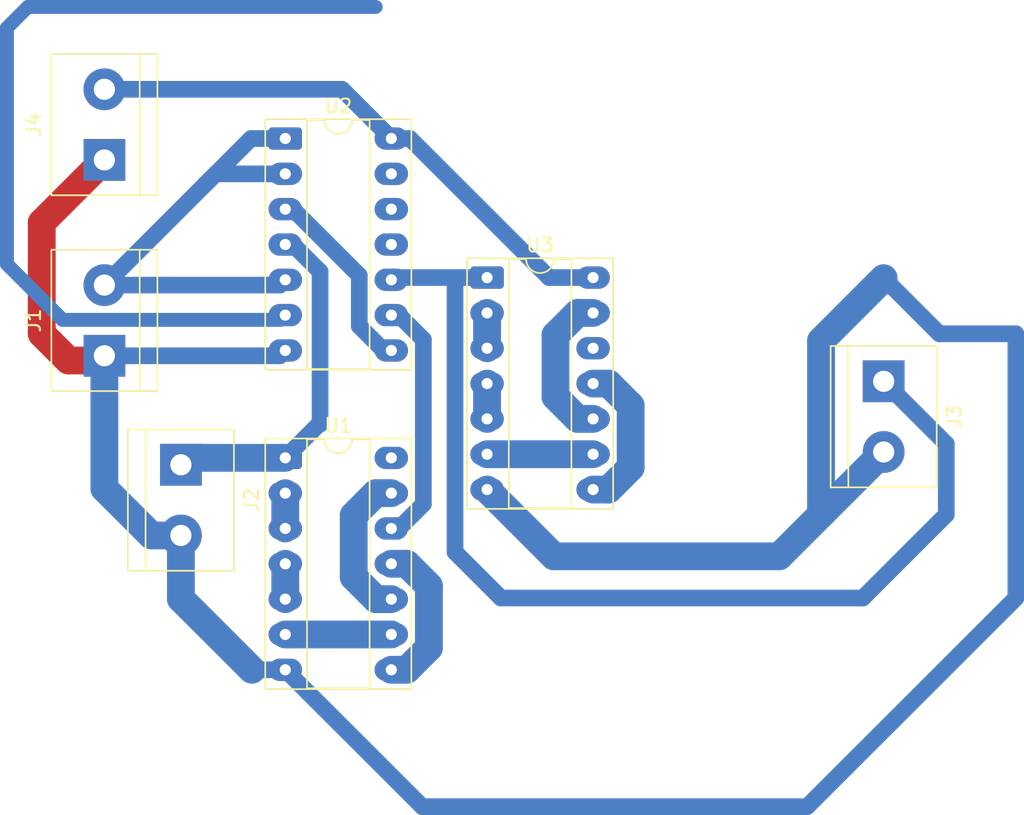
<source format=kicad_pcb>
(kicad_pcb (version 20241229) (generator "pcbnew") (generator_version "9.0")
  (layers (0 "F.Cu" signal) (2 "B.Cu" signal) (13 "F.Paste" user) (15 "B.Paste" user) (5 "F.SilkS" user "F.Silkscreen") (7 "B.SilkS" user "B.Silkscreen") (1 "F.Mask" user) (3 "B.Mask" user) (25 "Edge.Cuts" user))
  (net 0 "")
  (net 1 "Net-(J1-Pin_2)")
  (net 2 "GND")
  (net 3 "Net-(J2-Pin_1)")
  (net 4 "Net-(J3-Pin_1)")
  (net 5 "VCC")
  (net 6 "Net-(U1-Pad4)")
  (net 7 "Net-(U1-Pad11)")
  (net 8 "Net-(U1-Pad12)")
  (net 9 "Net-(U1-Pad10)")
  (net 10 "Net-(U1-Pad2)")
  (net 11 "Net-(U1-Pad6)")
  (net 12 "Net-(U3-Pad2)")
  (net 13 "Net-(U3-Pad11)")
  (net 14 "Net-(U3-Pad6)")
  (net 15 "Net-(U3-Pad10)")
  (net 16 "Net-(U3-Pad4)")
  (net 17 "Net-(U2-Pad3)")
  (net 18 "Net-(U2-Pad6)")
  (footprint "TerminalBlock:TerminalBlock_bornier-2_P5.08mm" (layer "F.Cu") (at 138 59.92 -90)
    (property "Reference" "J3" (at 2.54 -5.08 90) (layer "F.SilkS"))
    (property "Value" "Screw_Terminal_01x02")
    (fp_line (start -2.54 3.81) (end 7.62 3.81) (stroke (width 0.12)) (layer "F.SilkS"))
    (fp_line (start 7.62 3.81) (end 7.62 -3.81) (stroke (width 0.12)) (layer "F.SilkS"))
    (fp_line (start 7.62 2.54) (end -2.54 2.54) (stroke (width 0.12)) (layer "F.SilkS"))
    (fp_line (start -2.54 -3.81) (end -2.54 3.81) (stroke (width 0.12)) (layer "F.SilkS"))
    (fp_line (start 7.62 -3.81) (end -2.54 -3.81) (stroke (width 0.12)) (layer "F.SilkS"))
    (pad "1" thru_hole rect (at 0 0 270) (size 3 3) (drill 1.52) (layers "*.Cu" "*.Mask") (net 4 "Net-(J3-Pin_1)"))
    (pad "2" thru_hole circle (at 5.08 0 270) (size 3 3) (drill 1.52) (layers "*.Cu" "*.Mask") (net 2 "GND"))
  )
  (footprint "Package_DIP:DIP-14_W7.62mm_Socket_LongPads" (layer "F.Cu") (at 95 42.46)
    (property "Reference" "U2" (at 3.81 -2.33 0) (layer "F.SilkS"))
    (property "Value" "HEF4093B")
    (fp_line (start 1.56 -1.33) (end 1.56 16.57) (stroke (width 0.12)) (layer "F.SilkS"))
    (fp_line (start 1.56 16.57) (end 6.06 16.57) (stroke (width 0.12)) (layer "F.SilkS"))
    (fp_line (start 2.81 -1.33) (end 1.56 -1.33) (stroke (width 0.12)) (layer "F.SilkS"))
    (fp_line (start 6.06 -1.33) (end 4.81 -1.33) (stroke (width 0.12)) (layer "F.SilkS"))
    (fp_line (start 6.06 16.57) (end 6.06 -1.33) (stroke (width 0.12)) (layer "F.SilkS"))
    (fp_rect (start -1.44 -1.39) (end 9.06 16.63) (stroke (width 0.12)) (fill no) (layer "F.SilkS"))
    (fp_arc (start 4.81 -1.33) (mid 3.81 -0.33) (end 2.81 -1.33) (stroke (width 0.12)) (layer "F.SilkS"))
    (pad "1" thru_hole roundrect (at 0 0) (size 2.4 1.6) (drill 0.8) (layers "*.Cu" "*.Mask") (roundrect_rratio 0.15625) (net 1 "Net-(J1-Pin_2)"))
    (pad "2" thru_hole oval (at 0 2.54) (size 2.4 1.6) (drill 0.8) (layers "*.Cu" "*.Mask") (net 1 "Net-(J1-Pin_2)"))
    (pad "3" thru_hole oval (at 0 5.08) (size 2.4 1.6) (drill 0.8) (layers "*.Cu" "*.Mask") (net 17 "Net-(U2-Pad3)"))
    (pad "4" thru_hole oval (at 0 7.62) (size 2.4 1.6) (drill 0.8) (layers "*.Cu" "*.Mask") (net 3 "Net-(J2-Pin_1)"))
    (pad "5" thru_hole oval (at 0 10.16) (size 2.4 1.6) (drill 0.8) (layers "*.Cu" "*.Mask") (net 1 "Net-(J1-Pin_2)"))
    (pad "6" thru_hole oval (at 0 12.7) (size 2.4 1.6) (drill 0.8) (layers "*.Cu" "*.Mask") (net 18 "Net-(U2-Pad6)"))
    (pad "7" thru_hole oval (at 0 15.24) (size 2.4 1.6) (drill 0.8) (layers "*.Cu" "*.Mask") (net 2 "GND"))
    (pad "8" thru_hole oval (at 7.62 15.24) (size 2.4 1.6) (drill 0.8) (layers "*.Cu" "*.Mask") (net 17 "Net-(U2-Pad3)"))
    (pad "9" thru_hole oval (at 7.62 12.7) (size 2.4 1.6) (drill 0.8) (layers "*.Cu" "*.Mask") (net 8 "Net-(U1-Pad12)"))
    (pad "10" thru_hole oval (at 7.62 10.16) (size 2.4 1.6) (drill 0.8) (layers "*.Cu" "*.Mask") (net 4 "Net-(J3-Pin_1)"))
    (pad "11" thru_hole oval (at 7.62 7.62) (size 2.4 1.6) (drill 0.8) (layers "*.Cu" "*.Mask"))
    (pad "12" thru_hole oval (at 7.62 5.08) (size 2.4 1.6) (drill 0.8) (layers "*.Cu" "*.Mask"))
    (pad "13" thru_hole oval (at 7.62 2.54) (size 2.4 1.6) (drill 0.8) (layers "*.Cu" "*.Mask"))
    (pad "14" thru_hole oval (at 7.62 0) (size 2.4 1.6) (drill 0.8) (layers "*.Cu" "*.Mask") (net 5 "VCC"))
  )
  (footprint "TerminalBlock:TerminalBlock_bornier-2_P5.08mm" (layer "F.Cu") (at 87.5 65.92 -90)
    (property "Reference" "J2" (at 2.54 -5.08 90) (layer "F.SilkS"))
    (property "Value" "Screw_Terminal_01x02")
    (fp_line (start -2.54 3.81) (end 7.62 3.81) (stroke (width 0.12)) (layer "F.SilkS"))
    (fp_line (start 7.62 3.81) (end 7.62 -3.81) (stroke (width 0.12)) (layer "F.SilkS"))
    (fp_line (start 7.62 2.54) (end -2.54 2.54) (stroke (width 0.12)) (layer "F.SilkS"))
    (fp_line (start -2.54 -3.81) (end -2.54 3.81) (stroke (width 0.12)) (layer "F.SilkS"))
    (fp_line (start 7.62 -3.81) (end -2.54 -3.81) (stroke (width 0.12)) (layer "F.SilkS"))
    (pad "1" thru_hole rect (at 0 0 270) (size 3 3) (drill 1.52) (layers "*.Cu" "*.Mask") (net 3 "Net-(J2-Pin_1)"))
    (pad "2" thru_hole circle (at 5.08 0 270) (size 3 3) (drill 1.52) (layers "*.Cu" "*.Mask") (net 2 "GND"))
  )
  (footprint "Package_DIP:DIP-14_W7.62mm_Socket_LongPads" (layer "F.Cu") (at 109.5 52.46)
    (property "Reference" "U3" (at 3.81 -2.33 0) (layer "F.SilkS"))
    (property "Value" "40106")
    (fp_line (start 1.56 -1.33) (end 1.56 16.57) (stroke (width 0.12)) (layer "F.SilkS"))
    (fp_line (start 1.56 16.57) (end 6.06 16.57) (stroke (width 0.12)) (layer "F.SilkS"))
    (fp_line (start 2.81 -1.33) (end 1.56 -1.33) (stroke (width 0.12)) (layer "F.SilkS"))
    (fp_line (start 6.06 -1.33) (end 4.81 -1.33) (stroke (width 0.12)) (layer "F.SilkS"))
    (fp_line (start 6.06 16.57) (end 6.06 -1.33) (stroke (width 0.12)) (layer "F.SilkS"))
    (fp_rect (start -1.44 -1.39) (end 9.06 16.63) (stroke (width 0.12)) (fill no) (layer "F.SilkS"))
    (fp_arc (start 4.81 -1.33) (mid 3.81 -0.33) (end 2.81 -1.33) (stroke (width 0.12)) (layer "F.SilkS"))
    (pad "1" thru_hole roundrect (at 0 0) (size 2.4 1.6) (drill 0.8) (layers "*.Cu" "*.Mask") (roundrect_rratio 0.15625) (net 4 "Net-(J3-Pin_1)"))
    (pad "2" thru_hole oval (at 0 2.54) (size 2.4 1.6) (drill 0.8) (layers "*.Cu" "*.Mask") (net 12 "Net-(U3-Pad2)"))
    (pad "3" thru_hole oval (at 0 5.08) (size 2.4 1.6) (drill 0.8) (layers "*.Cu" "*.Mask") (net 12 "Net-(U3-Pad2)"))
    (pad "4" thru_hole oval (at 0 7.62) (size 2.4 1.6) (drill 0.8) (layers "*.Cu" "*.Mask") (net 16 "Net-(U3-Pad4)"))
    (pad "5" thru_hole oval (at 0 10.16) (size 2.4 1.6) (drill 0.8) (layers "*.Cu" "*.Mask") (net 16 "Net-(U3-Pad4)"))
    (pad "6" thru_hole oval (at 0 12.7) (size 2.4 1.6) (drill 0.8) (layers "*.Cu" "*.Mask") (net 14 "Net-(U3-Pad6)"))
    (pad "7" thru_hole oval (at 0 15.24) (size 2.4 1.6) (drill 0.8) (layers "*.Cu" "*.Mask") (net 2 "GND"))
    (pad "8" thru_hole oval (at 7.62 15.24) (size 2.4 1.6) (drill 0.8) (layers "*.Cu" "*.Mask") (net 13 "Net-(U3-Pad11)"))
    (pad "9" thru_hole oval (at 7.62 12.7) (size 2.4 1.6) (drill 0.8) (layers "*.Cu" "*.Mask") (net 14 "Net-(U3-Pad6)"))
    (pad "10" thru_hole oval (at 7.62 10.16) (size 2.4 1.6) (drill 0.8) (layers "*.Cu" "*.Mask") (net 15 "Net-(U3-Pad10)"))
    (pad "11" thru_hole oval (at 7.62 7.62) (size 2.4 1.6) (drill 0.8) (layers "*.Cu" "*.Mask") (net 13 "Net-(U3-Pad11)"))
    (pad "12" thru_hole oval (at 7.62 5.08) (size 2.4 1.6) (drill 0.8) (layers "*.Cu" "*.Mask") (net 18 "Net-(U2-Pad6)"))
    (pad "13" thru_hole oval (at 7.62 2.54) (size 2.4 1.6) (drill 0.8) (layers "*.Cu" "*.Mask") (net 15 "Net-(U3-Pad10)"))
    (pad "14" thru_hole oval (at 7.62 0) (size 2.4 1.6) (drill 0.8) (layers "*.Cu" "*.Mask") (net 5 "VCC"))
  )
  (footprint "TerminalBlock:TerminalBlock_bornier-2_P5.08mm" (layer "F.Cu") (at 82 44 90)
    (property "Reference" "J4" (at 2.54 -5.08 90) (layer "F.SilkS"))
    (property "Value" "Screw_Terminal_01x02")
    (fp_line (start 7.62 -3.81) (end -2.54 -3.81) (stroke (width 0.12)) (layer "F.SilkS"))
    (fp_line (start -2.54 -3.81) (end -2.54 3.81) (stroke (width 0.12)) (layer "F.SilkS"))
    (fp_line (start 7.62 2.54) (end -2.54 2.54) (stroke (width 0.12)) (layer "F.SilkS"))
    (fp_line (start 7.62 3.81) (end 7.62 -3.81) (stroke (width 0.12)) (layer "F.SilkS"))
    (fp_line (start -2.54 3.81) (end 7.62 3.81) (stroke (width 0.12)) (layer "F.SilkS"))
    (pad "1" thru_hole rect (at 0 0 90) (size 3 3) (drill 1.52) (layers "*.Cu" "*.Mask") (net 2 "GND"))
    (pad "2" thru_hole circle (at 5.08 0 90) (size 3 3) (drill 1.52) (layers "*.Cu" "*.Mask") (net 5 "VCC"))
  )
  (footprint "Package_DIP:DIP-14_W7.62mm_Socket_LongPads" (layer "F.Cu") (at 95 65.42)
    (property "Reference" "U1" (at 3.81 -2.33 0) (layer "F.SilkS"))
    (property "Value" "40106")
    (fp_line (start 1.56 -1.33) (end 1.56 16.57) (stroke (width 0.12)) (layer "F.SilkS"))
    (fp_line (start 1.56 16.57) (end 6.06 16.57) (stroke (width 0.12)) (layer "F.SilkS"))
    (fp_line (start 2.81 -1.33) (end 1.56 -1.33) (stroke (width 0.12)) (layer "F.SilkS"))
    (fp_line (start 6.06 -1.33) (end 4.81 -1.33) (stroke (width 0.12)) (layer "F.SilkS"))
    (fp_line (start 6.06 16.57) (end 6.06 -1.33) (stroke (width 0.12)) (layer "F.SilkS"))
    (fp_rect (start -1.44 -1.39) (end 9.06 16.63) (stroke (width 0.12)) (fill no) (layer "F.SilkS"))
    (fp_arc (start 4.81 -1.33) (mid 3.81 -0.33) (end 2.81 -1.33) (stroke (width 0.12)) (layer "F.SilkS"))
    (pad "1" thru_hole roundrect (at 0 0) (size 2.4 1.6) (drill 0.8) (layers "*.Cu" "*.Mask") (roundrect_rratio 0.15625) (net 3 "Net-(J2-Pin_1)"))
    (pad "2" thru_hole oval (at 0 2.54) (size 2.4 1.6) (drill 0.8) (layers "*.Cu" "*.Mask") (net 10 "Net-(U1-Pad2)"))
    (pad "3" thru_hole oval (at 0 5.08) (size 2.4 1.6) (drill 0.8) (layers "*.Cu" "*.Mask") (net 10 "Net-(U1-Pad2)"))
    (pad "4" thru_hole oval (at 0 7.62) (size 2.4 1.6) (drill 0.8) (layers "*.Cu" "*.Mask") (net 6 "Net-(U1-Pad4)"))
    (pad "5" thru_hole oval (at 0 10.16) (size 2.4 1.6) (drill 0.8) (layers "*.Cu" "*.Mask") (net 6 "Net-(U1-Pad4)"))
    (pad "6" thru_hole oval (at 0 12.7) (size 2.4 1.6) (drill 0.8) (layers "*.Cu" "*.Mask") (net 11 "Net-(U1-Pad6)"))
    (pad "7" thru_hole oval (at 0 15.24) (size 2.4 1.6) (drill 0.8) (layers "*.Cu" "*.Mask") (net 2 "GND"))
    (pad "8" thru_hole oval (at 7.62 15.24) (size 2.4 1.6) (drill 0.8) (layers "*.Cu" "*.Mask") (net 7 "Net-(U1-Pad11)"))
    (pad "9" thru_hole oval (at 7.62 12.7) (size 2.4 1.6) (drill 0.8) (layers "*.Cu" "*.Mask") (net 11 "Net-(U1-Pad6)"))
    (pad "10" thru_hole oval (at 7.62 10.16) (size 2.4 1.6) (drill 0.8) (layers "*.Cu" "*.Mask") (net 9 "Net-(U1-Pad10)"))
    (pad "11" thru_hole oval (at 7.62 7.62) (size 2.4 1.6) (drill 0.8) (layers "*.Cu" "*.Mask") (net 7 "Net-(U1-Pad11)"))
    (pad "12" thru_hole oval (at 7.62 5.08) (size 2.4 1.6) (drill 0.8) (layers "*.Cu" "*.Mask") (net 8 "Net-(U1-Pad12)"))
    (pad "13" thru_hole oval (at 7.62 2.54) (size 2.4 1.6) (drill 0.8) (layers "*.Cu" "*.Mask") (net 9 "Net-(U1-Pad10)"))
    (pad "14" thru_hole oval (at 7.62 0) (size 2.4 1.6) (drill 0.8) (layers "*.Cu" "*.Mask") (net 5 "VCC"))
  )
  (footprint "TerminalBlock:TerminalBlock_bornier-2_P5.08mm" (layer "F.Cu") (at 82 58.08 90)
    (property "Reference" "J1" (at 2.54 -5.08 90) (layer "F.SilkS"))
    (property "Value" "Screw_Terminal_01x02")
    (fp_line (start 7.62 -3.81) (end -2.54 -3.81) (stroke (width 0.12)) (layer "F.SilkS"))
    (fp_line (start -2.54 -3.81) (end -2.54 3.81) (stroke (width 0.12)) (layer "F.SilkS"))
    (fp_line (start 7.62 2.54) (end -2.54 2.54) (stroke (width 0.12)) (layer "F.SilkS"))
    (fp_line (start 7.62 3.81) (end 7.62 -3.81) (stroke (width 0.12)) (layer "F.SilkS"))
    (fp_line (start -2.54 3.81) (end 7.62 3.81) (stroke (width 0.12)) (layer "F.SilkS"))
    (pad "1" thru_hole rect (at 0 0 90) (size 3 3) (drill 1.52) (layers "*.Cu" "*.Mask") (net 2 "GND"))
    (pad "2" thru_hole circle (at 5.08 0 90) (size 3 3) (drill 1.52) (layers "*.Cu" "*.Mask") (net 1 "Net-(J1-Pin_2)"))
  )
  (segment (start 92.54 42.46) (end 95 42.46) (width 1.2) (layer "B.Cu") (net 1))
  (segment (start 94.62 53) (end 95 52.62) (width 1.2) (layer "B.Cu") (net 1))
  (segment (start 89.25 45.75) (end 92.54 42.46) (width 1.2) (layer "B.Cu") (net 1))
  (segment (start 90 45) (end 89.25 45.75) (width 1.2) (layer "B.Cu") (net 1))
  (segment (start 95 45) (end 90 45) (width 1.2) (layer "B.Cu") (net 1))
  (segment (start 82 53) (end 89.25 45.75) (width 1.2) (layer "B.Cu") (net 1))
  (segment (start 82 53) (end 94.62 53) (width 1.2) (layer "B.Cu") (net 1))
  (segment (start 77.5 56.5) (end 79.42 58.42) (width 2) (layer "F.Cu") (net 2))
  (segment (start 82 44) (end 77.5 48.5) (width 2) (layer "F.Cu") (net 2))
  (segment (start 81.66 58.42) (end 82 58.08) (width 2) (layer "F.Cu") (net 2))
  (segment (start 79.42 58.42) (end 81.66 58.42) (width 2) (layer "F.Cu") (net 2))
  (segment (start 77.5 48.5) (end 77.5 56.5) (width 2) (layer "F.Cu") (net 2))
  (segment (start 147.5 56.5) (end 142 56.5) (width 1.2) (layer "B.Cu") (net 2))
  (segment (start 130.5 72.5) (end 114.3 72.5) (width 2) (layer "B.Cu") (net 2))
  (segment (start 94.62 58.08) (end 95 57.7) (width 1.2) (layer "B.Cu") (net 2))
  (segment (start 82 67.62132) (end 82 58.08) (width 2) (layer "B.Cu") (net 2))
  (segment (start 92.6 80.66) (end 95 80.66) (width 1.2) (layer "B.Cu") (net 2))
  (segment (start 132.5 90.5) (end 147.5 75.5) (width 1.2) (layer "B.Cu") (net 2))
  (segment (start 87.5 71) (end 87.5 75.56) (width 2) (layer "B.Cu") (net 2))
  (segment (start 147.5 75.5) (end 147.5 56.5) (width 1.2) (layer "B.Cu") (net 2))
  (segment (start 114.3 72.5) (end 109.5 67.7) (width 2) (layer "B.Cu") (net 2))
  (segment (start 142 56.5) (end 138 52.5) (width 1.2) (layer "B.Cu") (net 2))
  (segment (start 138 52.5) (end 133.5 57) (width 2) (layer "B.Cu") (net 2))
  (segment (start 82 58.08) (end 94.62 58.08) (width 1.2) (layer "B.Cu") (net 2))
  (segment (start 95 80.66) (end 104.84 90.5) (width 1.2) (layer "B.Cu") (net 2))
  (segment (start 133.5 69.5) (end 130.5 72.5) (width 2) (layer "B.Cu") (net 2))
  (segment (start 87.5 71) (end 85.37868 71) (width 2) (layer "B.Cu") (net 2))
  (segment (start 133.5 57) (end 133.5 69.5) (width 2) (layer "B.Cu") (net 2))
  (segment (start 104.84 90.5) (end 132.5 90.5) (width 1.2) (layer "B.Cu") (net 2))
  (segment (start 138 65) (end 133.5 69.5) (width 2) (layer "B.Cu") (net 2))
  (segment (start 87.5 75.56) (end 92.6 80.66) (width 2) (layer "B.Cu") (net 2))
  (segment (start 85.37868 71) (end 82 67.62132) (width 2) (layer "B.Cu") (net 2))
  (segment (start 95 50.08) (end 95.54842 50.08) (width 1.2) (layer "B.Cu") (net 3))
  (segment (start 95.54842 50.08) (end 97.5 52.03158) (width 1.2) (layer "B.Cu") (net 3))
  (segment (start 97.5 52.03158) (end 97.5 63) (width 1.2) (layer "B.Cu") (net 3))
  (segment (start 97.42 63) (end 95 65.42) (width 1.2) (layer "B.Cu") (net 3))
  (segment (start 88 65.42) (end 95 65.42) (width 2) (layer "B.Cu") (net 3))
  (segment (start 87.5 65.92) (end 88 65.42) (width 2) (layer "B.Cu") (net 3))
  (segment (start 97.5 63) (end 97.42 63) (width 1.2) (layer "B.Cu") (net 3))
  (segment (start 107.199 52.761) (end 107.199 72.199) (width 1.2) (layer "B.Cu") (net 4))
  (segment (start 136.5 75.5) (end 142.5 69.5) (width 1.2) (layer "B.Cu") (net 4))
  (segment (start 142.5 69.5) (end 142.5 64.42) (width 1.2) (layer "B.Cu") (net 4))
  (segment (start 107.5 52.46) (end 102.78 52.46) (width 1.2) (layer "B.Cu") (net 4))
  (segment (start 142.5 64.42) (end 138 59.92) (width 1.2) (layer "B.Cu") (net 4))
  (segment (start 107.5 52.46) (end 107.199 52.761) (width 1.2) (layer "B.Cu") (net 4))
  (segment (start 102.78 52.46) (end 102.62 52.62) (width 1.2) (layer "B.Cu") (net 4))
  (segment (start 109.5 52.46) (end 107.5 52.46) (width 1.2) (layer "B.Cu") (net 4))
  (segment (start 107.199 72.199) (end 110.5 75.5) (width 1.2) (layer "B.Cu") (net 4))
  (segment (start 110.5 75.5) (end 136.5 75.5) (width 1.2) (layer "B.Cu") (net 4))
  (segment (start 82 38.92) (end 99.08 38.92) (width 1.2) (layer "B.Cu") (net 5))
  (segment (start 103.96 42.46) (end 113.96 52.46) (width 1.2) (layer "B.Cu") (net 5))
  (segment (start 113.96 52.46) (end 117.12 52.46) (width 1.2) (layer "B.Cu") (net 5))
  (segment (start 102.62 42.46) (end 103.96 42.46) (width 1.2) (layer "B.Cu") (net 5))
  (segment (start 99.08 38.92) (end 102.62 42.46) (width 1.2) (layer "B.Cu") (net 5))
  (segment (start 95 73.04) (end 95 75.58) (width 2) (layer "B.Cu") (net 6))
  (segment (start 103.734105 73.04) (end 105.321 74.626895) (width 2) (layer "B.Cu") (net 7))
  (segment (start 103.734105 80.66) (end 102.62 80.66) (width 2) (layer "B.Cu") (net 7))
  (segment (start 102.62 73.04) (end 103.734105 73.04) (width 2) (layer "B.Cu") (net 7))
  (segment (start 105.321 74.626895) (end 105.321 79.073105) (width 2) (layer "B.Cu") (net 7))
  (segment (start 105.321 79.073105) (end 103.734105 80.66) (width 2) (layer "B.Cu") (net 7))
  (segment (start 102.62 70.5) (end 103.16842 70.5) (width 1.2) (layer "B.Cu") (net 8))
  (segment (start 103.16842 70.5) (end 104.921 68.74742) (width 1.2) (layer "B.Cu") (net 8))
  (segment (start 104.921 56.91258) (end 103.16842 55.16) (width 1.2) (layer "B.Cu") (net 8))
  (segment (start 103.16842 55.16) (end 102.62 55.16) (width 1.2) (layer "B.Cu") (net 8))
  (segment (start 104.921 68.74742) (end 104.921 56.91258) (width 1.2) (layer "B.Cu") (net 8))
  (segment (start 99.919 69.546895) (end 101.505895 67.96) (width 2) (layer "B.Cu") (net 9))
  (segment (start 101.505895 75.58) (end 99.919 73.993105) (width 2) (layer "B.Cu") (net 9))
  (segment (start 99.919 73.993105) (end 99.919 69.546895) (width 2) (layer "B.Cu") (net 9))
  (segment (start 102.62 75.58) (end 101.505895 75.58) (width 2) (layer "B.Cu") (net 9))
  (segment (start 101.505895 67.96) (end 102.62 67.96) (width 2) (layer "B.Cu") (net 9))
  (segment (start 95 67.96) (end 95 70.5) (width 2) (layer "B.Cu") (net 10))
  (segment (start 95 78.12) (end 102.62 78.12) (width 2) (layer "B.Cu") (net 11))
  (segment (start 109.5 55) (end 109.5 57.54) (width 2) (layer "B.Cu") (net 12))
  (segment (start 118.234105 60.08) (end 117.12 60.08) (width 2) (layer "B.Cu") (net 13))
  (segment (start 119.821 66.113105) (end 119.821 61.666895) (width 2) (layer "B.Cu") (net 13))
  (segment (start 118.234105 67.7) (end 119.821 66.113105) (width 2) (layer "B.Cu") (net 13))
  (segment (start 119.821 61.666895) (end 118.234105 60.08) (width 2) (layer "B.Cu") (net 13))
  (segment (start 117.12 67.7) (end 118.234105 67.7) (width 2) (layer "B.Cu") (net 13))
  (segment (start 109.5 65.16) (end 117.12 65.16) (width 2) (layer "B.Cu") (net 14))
  (segment (start 114.419 56.586895) (end 116.005895 55) (width 2) (layer "B.Cu") (net 15))
  (segment (start 116.005895 62.62) (end 114.419 61.033105) (width 2) (layer "B.Cu") (net 15))
  (segment (start 117.12 62.62) (end 116.005895 62.62) (width 2) (layer "B.Cu") (net 15))
  (segment (start 114.419 61.033105) (end 114.419 56.586895) (width 2) (layer "B.Cu") (net 15))
  (segment (start 116.005895 55) (end 117.12 55) (width 2) (layer "B.Cu") (net 15))
  (segment (start 109.5 60.08) (end 109.5 62.62) (width 2) (layer "B.Cu") (net 16))
  (segment (start 102.07158 57.7) (end 102.62 57.7) (width 1.2) (layer "B.Cu") (net 17))
  (segment (start 95 47.54) (end 95.54842 47.54) (width 1.2) (layer "B.Cu") (net 17))
  (segment (start 95.54842 47.54) (end 100.319 52.31058) (width 1.2) (layer "B.Cu") (net 17))
  (segment (start 100.319 55.94742) (end 102.07158 57.7) (width 1.2) (layer "B.Cu") (net 17))
  (segment (start 100.319 52.31058) (end 100.319 55.94742) (width 1.2) (layer "B.Cu") (net 17))
  (segment (start 75 51.5) (end 75 34.5) (width 1) (layer "B.Cu") (net 18))
  (segment (start 75 34.5) (end 76.5 33) (width 1) (layer "B.Cu") (net 18))
  (segment (start 94.66 55.5) (end 79 55.5) (width 1) (layer "B.Cu") (net 18))
  (segment (start 95 55.16) (end 94.66 55.5) (width 1) (layer "B.Cu") (net 18))
  (segment (start 101.5 33) (end 76.5 33) (width 1) (layer "B.Cu") (net 18))
  (segment (start 79 55.5) (end 75 51.5) (width 1) (layer "B.Cu") (net 18))
)
</source>
